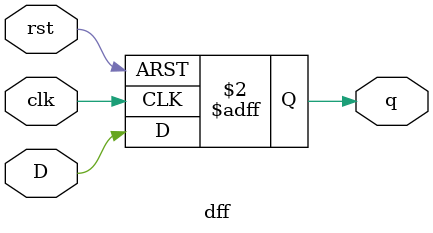
<source format=v>
`timescale 1ns / 1ps

module dff(
    input D,
    input rst,
    input clk,
    output reg q
    );
    
    always @(posedge clk or posedge rst) begin
        if(rst) q<=0;
        else q<=D;
    end
    
endmodule

</source>
